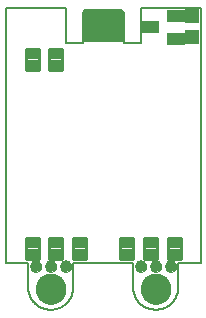
<source format=gbs>
G75*
%MOIN*%
%OFA0B0*%
%FSLAX25Y25*%
%IPPOS*%
%LPD*%
%AMOC8*
5,1,8,0,0,1.08239X$1,22.5*
%
%ADD10C,0.00500*%
%ADD11C,0.00000*%
%ADD12C,0.10243*%
%ADD13C,0.03943*%
%ADD14R,0.04652X0.04534*%
%ADD15C,0.01080*%
%ADD16R,0.05912X0.04337*%
%ADD17R,0.13780X0.11024*%
D10*
X0005050Y0016901D02*
X0005050Y0101862D01*
X0025050Y0101862D01*
X0025050Y0090026D01*
X0030675Y0090026D01*
X0030675Y0100221D01*
X0031652Y0101198D01*
X0043448Y0101198D01*
X0044425Y0100221D01*
X0044425Y0090026D01*
X0050050Y0090026D01*
X0050050Y0101901D01*
X0070001Y0101901D01*
X0070050Y0101862D01*
X0070050Y0101901D02*
X0070050Y0073151D01*
X0070001Y0016901D01*
X0062550Y0016901D01*
X0062550Y0008151D01*
X0062533Y0007969D01*
X0062511Y0007787D01*
X0062484Y0007605D01*
X0062454Y0007425D01*
X0062419Y0007245D01*
X0062379Y0007066D01*
X0062335Y0006888D01*
X0062287Y0006711D01*
X0062235Y0006535D01*
X0062178Y0006361D01*
X0062117Y0006188D01*
X0062052Y0006017D01*
X0061983Y0005847D01*
X0061909Y0005679D01*
X0061832Y0005513D01*
X0061750Y0005349D01*
X0061665Y0005187D01*
X0061576Y0005027D01*
X0061482Y0004869D01*
X0061385Y0004713D01*
X0061284Y0004560D01*
X0061180Y0004410D01*
X0061072Y0004262D01*
X0060960Y0004116D01*
X0060845Y0003974D01*
X0060726Y0003834D01*
X0060604Y0003698D01*
X0060479Y0003564D01*
X0060350Y0003433D01*
X0060219Y0003306D01*
X0060084Y0003181D01*
X0059946Y0003060D01*
X0059806Y0002943D01*
X0059662Y0002829D01*
X0059516Y0002718D01*
X0059367Y0002611D01*
X0059216Y0002508D01*
X0059062Y0002408D01*
X0058906Y0002313D01*
X0058747Y0002221D01*
X0058586Y0002133D01*
X0058424Y0002048D01*
X0058259Y0001968D01*
X0058092Y0001892D01*
X0057923Y0001820D01*
X0057753Y0001752D01*
X0057581Y0001689D01*
X0057408Y0001629D01*
X0057233Y0001574D01*
X0057057Y0001523D01*
X0056880Y0001476D01*
X0056702Y0001433D01*
X0056522Y0001395D01*
X0056342Y0001362D01*
X0056161Y0001333D01*
X0055980Y0001308D01*
X0055798Y0001287D01*
X0055615Y0001271D01*
X0055432Y0001260D01*
X0055249Y0001253D01*
X0055066Y0001250D01*
X0054883Y0001252D01*
X0054699Y0001258D01*
X0054516Y0001269D01*
X0054334Y0001284D01*
X0054152Y0001304D01*
X0053970Y0001328D01*
X0053789Y0001356D01*
X0053608Y0001389D01*
X0053429Y0001427D01*
X0053251Y0001468D01*
X0053073Y0001514D01*
X0052897Y0001565D01*
X0052722Y0001619D01*
X0052548Y0001678D01*
X0052376Y0001741D01*
X0052206Y0001808D01*
X0052037Y0001879D01*
X0051870Y0001955D01*
X0051705Y0002034D01*
X0051541Y0002118D01*
X0051380Y0002205D01*
X0051221Y0002297D01*
X0051065Y0002392D01*
X0050911Y0002491D01*
X0050759Y0002593D01*
X0050609Y0002700D01*
X0050463Y0002810D01*
X0050319Y0002923D01*
X0050178Y0003040D01*
X0050040Y0003160D01*
X0049904Y0003284D01*
X0049772Y0003411D01*
X0049643Y0003541D01*
X0049517Y0003674D01*
X0049395Y0003811D01*
X0049275Y0003950D01*
X0049159Y0004092D01*
X0049047Y0004237D01*
X0048938Y0004384D01*
X0048833Y0004534D01*
X0048732Y0004687D01*
X0048634Y0004842D01*
X0048540Y0004999D01*
X0048450Y0005159D01*
X0048364Y0005321D01*
X0048282Y0005485D01*
X0048204Y0005650D01*
X0048130Y0005818D01*
X0048060Y0005987D01*
X0047994Y0006158D01*
X0047932Y0006331D01*
X0047875Y0006505D01*
X0047822Y0006681D01*
X0047773Y0006857D01*
X0047728Y0007035D01*
X0047688Y0007214D01*
X0047652Y0007393D01*
X0047621Y0007574D01*
X0047594Y0007755D01*
X0047571Y0007937D01*
X0047553Y0008120D01*
X0047539Y0008302D01*
X0047530Y0008485D01*
X0047525Y0008669D01*
X0047524Y0008852D01*
X0047528Y0009035D01*
X0047537Y0009218D01*
X0047550Y0009401D01*
X0047550Y0016901D01*
X0027550Y0016901D01*
X0027550Y0009401D01*
X0027563Y0009217D01*
X0027572Y0009033D01*
X0027576Y0008848D01*
X0027575Y0008664D01*
X0027570Y0008480D01*
X0027561Y0008296D01*
X0027547Y0008112D01*
X0027528Y0007928D01*
X0027505Y0007745D01*
X0027478Y0007563D01*
X0027446Y0007381D01*
X0027409Y0007201D01*
X0027368Y0007021D01*
X0027323Y0006842D01*
X0027274Y0006664D01*
X0027220Y0006488D01*
X0027162Y0006313D01*
X0027099Y0006140D01*
X0027032Y0005968D01*
X0026961Y0005797D01*
X0026886Y0005629D01*
X0026807Y0005462D01*
X0026724Y0005298D01*
X0026637Y0005135D01*
X0026546Y0004975D01*
X0026451Y0004817D01*
X0026352Y0004661D01*
X0026249Y0004508D01*
X0026143Y0004358D01*
X0026032Y0004210D01*
X0025919Y0004065D01*
X0025802Y0003922D01*
X0025681Y0003783D01*
X0025557Y0003646D01*
X0025430Y0003513D01*
X0025299Y0003383D01*
X0025165Y0003256D01*
X0025029Y0003132D01*
X0024889Y0003012D01*
X0024746Y0002895D01*
X0024601Y0002782D01*
X0024452Y0002672D01*
X0024301Y0002566D01*
X0024148Y0002464D01*
X0023992Y0002365D01*
X0023834Y0002270D01*
X0023673Y0002180D01*
X0023511Y0002093D01*
X0023346Y0002010D01*
X0023179Y0001931D01*
X0023011Y0001857D01*
X0022840Y0001786D01*
X0022668Y0001720D01*
X0022494Y0001658D01*
X0022319Y0001600D01*
X0022143Y0001547D01*
X0021965Y0001498D01*
X0021786Y0001453D01*
X0021606Y0001413D01*
X0021425Y0001377D01*
X0021244Y0001345D01*
X0021061Y0001318D01*
X0020878Y0001296D01*
X0020695Y0001278D01*
X0020511Y0001264D01*
X0020327Y0001255D01*
X0020142Y0001251D01*
X0019958Y0001251D01*
X0019773Y0001255D01*
X0019589Y0001264D01*
X0019405Y0001278D01*
X0019222Y0001296D01*
X0019039Y0001318D01*
X0018856Y0001345D01*
X0018675Y0001377D01*
X0018494Y0001413D01*
X0018314Y0001453D01*
X0018135Y0001498D01*
X0017957Y0001547D01*
X0017781Y0001600D01*
X0017606Y0001658D01*
X0017432Y0001720D01*
X0017260Y0001786D01*
X0017089Y0001857D01*
X0016921Y0001931D01*
X0016754Y0002010D01*
X0016589Y0002093D01*
X0016427Y0002180D01*
X0016266Y0002270D01*
X0016108Y0002365D01*
X0015952Y0002464D01*
X0015799Y0002566D01*
X0015648Y0002672D01*
X0015499Y0002782D01*
X0015354Y0002895D01*
X0015211Y0003012D01*
X0015071Y0003132D01*
X0014935Y0003256D01*
X0014801Y0003383D01*
X0014670Y0003513D01*
X0014543Y0003646D01*
X0014419Y0003783D01*
X0014298Y0003922D01*
X0014181Y0004065D01*
X0014068Y0004210D01*
X0013957Y0004358D01*
X0013851Y0004508D01*
X0013748Y0004661D01*
X0013649Y0004817D01*
X0013554Y0004975D01*
X0013463Y0005135D01*
X0013376Y0005298D01*
X0013293Y0005462D01*
X0013214Y0005629D01*
X0013139Y0005797D01*
X0013068Y0005968D01*
X0013001Y0006140D01*
X0012938Y0006313D01*
X0012880Y0006488D01*
X0012826Y0006664D01*
X0012777Y0006842D01*
X0012732Y0007021D01*
X0012691Y0007201D01*
X0012654Y0007381D01*
X0012622Y0007563D01*
X0012595Y0007745D01*
X0012572Y0007928D01*
X0012553Y0008112D01*
X0012539Y0008296D01*
X0012530Y0008480D01*
X0012525Y0008664D01*
X0012524Y0008848D01*
X0012528Y0009033D01*
X0012537Y0009217D01*
X0012550Y0009401D01*
X0012550Y0016901D01*
X0005050Y0016901D01*
D11*
X0013278Y0015651D02*
X0013280Y0015735D01*
X0013286Y0015818D01*
X0013296Y0015901D01*
X0013310Y0015984D01*
X0013327Y0016066D01*
X0013349Y0016147D01*
X0013374Y0016226D01*
X0013403Y0016305D01*
X0013436Y0016382D01*
X0013472Y0016457D01*
X0013512Y0016531D01*
X0013555Y0016603D01*
X0013602Y0016672D01*
X0013652Y0016739D01*
X0013705Y0016804D01*
X0013761Y0016866D01*
X0013819Y0016926D01*
X0013881Y0016983D01*
X0013945Y0017036D01*
X0014012Y0017087D01*
X0014081Y0017134D01*
X0014152Y0017179D01*
X0014225Y0017219D01*
X0014300Y0017256D01*
X0014377Y0017290D01*
X0014455Y0017320D01*
X0014534Y0017346D01*
X0014615Y0017369D01*
X0014697Y0017387D01*
X0014779Y0017402D01*
X0014862Y0017413D01*
X0014945Y0017420D01*
X0015029Y0017423D01*
X0015113Y0017422D01*
X0015196Y0017417D01*
X0015280Y0017408D01*
X0015362Y0017395D01*
X0015444Y0017379D01*
X0015525Y0017358D01*
X0015606Y0017334D01*
X0015684Y0017306D01*
X0015762Y0017274D01*
X0015838Y0017238D01*
X0015912Y0017199D01*
X0015984Y0017157D01*
X0016054Y0017111D01*
X0016122Y0017062D01*
X0016187Y0017010D01*
X0016250Y0016955D01*
X0016310Y0016897D01*
X0016368Y0016836D01*
X0016422Y0016772D01*
X0016474Y0016706D01*
X0016522Y0016638D01*
X0016567Y0016567D01*
X0016608Y0016494D01*
X0016647Y0016420D01*
X0016681Y0016344D01*
X0016712Y0016266D01*
X0016739Y0016187D01*
X0016763Y0016106D01*
X0016782Y0016025D01*
X0016798Y0015943D01*
X0016810Y0015860D01*
X0016818Y0015776D01*
X0016822Y0015693D01*
X0016822Y0015609D01*
X0016818Y0015526D01*
X0016810Y0015442D01*
X0016798Y0015359D01*
X0016782Y0015277D01*
X0016763Y0015196D01*
X0016739Y0015115D01*
X0016712Y0015036D01*
X0016681Y0014958D01*
X0016647Y0014882D01*
X0016608Y0014808D01*
X0016567Y0014735D01*
X0016522Y0014664D01*
X0016474Y0014596D01*
X0016422Y0014530D01*
X0016368Y0014466D01*
X0016310Y0014405D01*
X0016250Y0014347D01*
X0016187Y0014292D01*
X0016122Y0014240D01*
X0016054Y0014191D01*
X0015984Y0014145D01*
X0015912Y0014103D01*
X0015838Y0014064D01*
X0015762Y0014028D01*
X0015684Y0013996D01*
X0015606Y0013968D01*
X0015525Y0013944D01*
X0015444Y0013923D01*
X0015362Y0013907D01*
X0015280Y0013894D01*
X0015196Y0013885D01*
X0015113Y0013880D01*
X0015029Y0013879D01*
X0014945Y0013882D01*
X0014862Y0013889D01*
X0014779Y0013900D01*
X0014697Y0013915D01*
X0014615Y0013933D01*
X0014534Y0013956D01*
X0014455Y0013982D01*
X0014377Y0014012D01*
X0014300Y0014046D01*
X0014225Y0014083D01*
X0014152Y0014123D01*
X0014081Y0014168D01*
X0014012Y0014215D01*
X0013945Y0014266D01*
X0013881Y0014319D01*
X0013819Y0014376D01*
X0013761Y0014436D01*
X0013705Y0014498D01*
X0013652Y0014563D01*
X0013602Y0014630D01*
X0013555Y0014699D01*
X0013512Y0014771D01*
X0013472Y0014845D01*
X0013436Y0014920D01*
X0013403Y0014997D01*
X0013374Y0015076D01*
X0013349Y0015155D01*
X0013327Y0015236D01*
X0013310Y0015318D01*
X0013296Y0015401D01*
X0013286Y0015484D01*
X0013280Y0015567D01*
X0013278Y0015651D01*
X0018278Y0015651D02*
X0018280Y0015735D01*
X0018286Y0015818D01*
X0018296Y0015901D01*
X0018310Y0015984D01*
X0018327Y0016066D01*
X0018349Y0016147D01*
X0018374Y0016226D01*
X0018403Y0016305D01*
X0018436Y0016382D01*
X0018472Y0016457D01*
X0018512Y0016531D01*
X0018555Y0016603D01*
X0018602Y0016672D01*
X0018652Y0016739D01*
X0018705Y0016804D01*
X0018761Y0016866D01*
X0018819Y0016926D01*
X0018881Y0016983D01*
X0018945Y0017036D01*
X0019012Y0017087D01*
X0019081Y0017134D01*
X0019152Y0017179D01*
X0019225Y0017219D01*
X0019300Y0017256D01*
X0019377Y0017290D01*
X0019455Y0017320D01*
X0019534Y0017346D01*
X0019615Y0017369D01*
X0019697Y0017387D01*
X0019779Y0017402D01*
X0019862Y0017413D01*
X0019945Y0017420D01*
X0020029Y0017423D01*
X0020113Y0017422D01*
X0020196Y0017417D01*
X0020280Y0017408D01*
X0020362Y0017395D01*
X0020444Y0017379D01*
X0020525Y0017358D01*
X0020606Y0017334D01*
X0020684Y0017306D01*
X0020762Y0017274D01*
X0020838Y0017238D01*
X0020912Y0017199D01*
X0020984Y0017157D01*
X0021054Y0017111D01*
X0021122Y0017062D01*
X0021187Y0017010D01*
X0021250Y0016955D01*
X0021310Y0016897D01*
X0021368Y0016836D01*
X0021422Y0016772D01*
X0021474Y0016706D01*
X0021522Y0016638D01*
X0021567Y0016567D01*
X0021608Y0016494D01*
X0021647Y0016420D01*
X0021681Y0016344D01*
X0021712Y0016266D01*
X0021739Y0016187D01*
X0021763Y0016106D01*
X0021782Y0016025D01*
X0021798Y0015943D01*
X0021810Y0015860D01*
X0021818Y0015776D01*
X0021822Y0015693D01*
X0021822Y0015609D01*
X0021818Y0015526D01*
X0021810Y0015442D01*
X0021798Y0015359D01*
X0021782Y0015277D01*
X0021763Y0015196D01*
X0021739Y0015115D01*
X0021712Y0015036D01*
X0021681Y0014958D01*
X0021647Y0014882D01*
X0021608Y0014808D01*
X0021567Y0014735D01*
X0021522Y0014664D01*
X0021474Y0014596D01*
X0021422Y0014530D01*
X0021368Y0014466D01*
X0021310Y0014405D01*
X0021250Y0014347D01*
X0021187Y0014292D01*
X0021122Y0014240D01*
X0021054Y0014191D01*
X0020984Y0014145D01*
X0020912Y0014103D01*
X0020838Y0014064D01*
X0020762Y0014028D01*
X0020684Y0013996D01*
X0020606Y0013968D01*
X0020525Y0013944D01*
X0020444Y0013923D01*
X0020362Y0013907D01*
X0020280Y0013894D01*
X0020196Y0013885D01*
X0020113Y0013880D01*
X0020029Y0013879D01*
X0019945Y0013882D01*
X0019862Y0013889D01*
X0019779Y0013900D01*
X0019697Y0013915D01*
X0019615Y0013933D01*
X0019534Y0013956D01*
X0019455Y0013982D01*
X0019377Y0014012D01*
X0019300Y0014046D01*
X0019225Y0014083D01*
X0019152Y0014123D01*
X0019081Y0014168D01*
X0019012Y0014215D01*
X0018945Y0014266D01*
X0018881Y0014319D01*
X0018819Y0014376D01*
X0018761Y0014436D01*
X0018705Y0014498D01*
X0018652Y0014563D01*
X0018602Y0014630D01*
X0018555Y0014699D01*
X0018512Y0014771D01*
X0018472Y0014845D01*
X0018436Y0014920D01*
X0018403Y0014997D01*
X0018374Y0015076D01*
X0018349Y0015155D01*
X0018327Y0015236D01*
X0018310Y0015318D01*
X0018296Y0015401D01*
X0018286Y0015484D01*
X0018280Y0015567D01*
X0018278Y0015651D01*
X0015129Y0008151D02*
X0015131Y0008291D01*
X0015137Y0008431D01*
X0015147Y0008570D01*
X0015161Y0008709D01*
X0015179Y0008848D01*
X0015200Y0008986D01*
X0015226Y0009124D01*
X0015256Y0009261D01*
X0015289Y0009396D01*
X0015327Y0009531D01*
X0015368Y0009665D01*
X0015413Y0009798D01*
X0015461Y0009929D01*
X0015514Y0010058D01*
X0015570Y0010187D01*
X0015629Y0010313D01*
X0015693Y0010438D01*
X0015759Y0010561D01*
X0015830Y0010682D01*
X0015903Y0010801D01*
X0015980Y0010918D01*
X0016061Y0011032D01*
X0016144Y0011144D01*
X0016231Y0011254D01*
X0016321Y0011362D01*
X0016413Y0011466D01*
X0016509Y0011568D01*
X0016608Y0011668D01*
X0016709Y0011764D01*
X0016813Y0011858D01*
X0016920Y0011948D01*
X0017029Y0012035D01*
X0017141Y0012120D01*
X0017255Y0012201D01*
X0017371Y0012279D01*
X0017489Y0012353D01*
X0017610Y0012424D01*
X0017732Y0012492D01*
X0017857Y0012556D01*
X0017983Y0012617D01*
X0018110Y0012674D01*
X0018240Y0012727D01*
X0018371Y0012777D01*
X0018503Y0012822D01*
X0018636Y0012865D01*
X0018771Y0012903D01*
X0018906Y0012937D01*
X0019043Y0012968D01*
X0019180Y0012995D01*
X0019318Y0013017D01*
X0019457Y0013036D01*
X0019596Y0013051D01*
X0019735Y0013062D01*
X0019875Y0013069D01*
X0020015Y0013072D01*
X0020155Y0013071D01*
X0020295Y0013066D01*
X0020434Y0013057D01*
X0020574Y0013044D01*
X0020713Y0013027D01*
X0020851Y0013006D01*
X0020989Y0012982D01*
X0021126Y0012953D01*
X0021262Y0012921D01*
X0021397Y0012884D01*
X0021531Y0012844D01*
X0021664Y0012800D01*
X0021795Y0012752D01*
X0021925Y0012701D01*
X0022054Y0012646D01*
X0022181Y0012587D01*
X0022306Y0012524D01*
X0022429Y0012459D01*
X0022551Y0012389D01*
X0022670Y0012316D01*
X0022788Y0012240D01*
X0022903Y0012161D01*
X0023016Y0012078D01*
X0023126Y0011992D01*
X0023234Y0011903D01*
X0023339Y0011811D01*
X0023442Y0011716D01*
X0023542Y0011618D01*
X0023639Y0011518D01*
X0023733Y0011414D01*
X0023825Y0011308D01*
X0023913Y0011200D01*
X0023998Y0011089D01*
X0024080Y0010975D01*
X0024159Y0010859D01*
X0024234Y0010742D01*
X0024306Y0010622D01*
X0024374Y0010500D01*
X0024439Y0010376D01*
X0024501Y0010250D01*
X0024559Y0010123D01*
X0024613Y0009994D01*
X0024664Y0009863D01*
X0024710Y0009731D01*
X0024753Y0009598D01*
X0024793Y0009464D01*
X0024828Y0009329D01*
X0024860Y0009192D01*
X0024887Y0009055D01*
X0024911Y0008917D01*
X0024931Y0008779D01*
X0024947Y0008640D01*
X0024959Y0008500D01*
X0024967Y0008361D01*
X0024971Y0008221D01*
X0024971Y0008081D01*
X0024967Y0007941D01*
X0024959Y0007802D01*
X0024947Y0007662D01*
X0024931Y0007523D01*
X0024911Y0007385D01*
X0024887Y0007247D01*
X0024860Y0007110D01*
X0024828Y0006973D01*
X0024793Y0006838D01*
X0024753Y0006704D01*
X0024710Y0006571D01*
X0024664Y0006439D01*
X0024613Y0006308D01*
X0024559Y0006179D01*
X0024501Y0006052D01*
X0024439Y0005926D01*
X0024374Y0005802D01*
X0024306Y0005680D01*
X0024234Y0005560D01*
X0024159Y0005443D01*
X0024080Y0005327D01*
X0023998Y0005213D01*
X0023913Y0005102D01*
X0023825Y0004994D01*
X0023733Y0004888D01*
X0023639Y0004784D01*
X0023542Y0004684D01*
X0023442Y0004586D01*
X0023339Y0004491D01*
X0023234Y0004399D01*
X0023126Y0004310D01*
X0023016Y0004224D01*
X0022903Y0004141D01*
X0022788Y0004062D01*
X0022670Y0003986D01*
X0022551Y0003913D01*
X0022429Y0003843D01*
X0022306Y0003778D01*
X0022181Y0003715D01*
X0022054Y0003656D01*
X0021925Y0003601D01*
X0021795Y0003550D01*
X0021664Y0003502D01*
X0021531Y0003458D01*
X0021397Y0003418D01*
X0021262Y0003381D01*
X0021126Y0003349D01*
X0020989Y0003320D01*
X0020851Y0003296D01*
X0020713Y0003275D01*
X0020574Y0003258D01*
X0020434Y0003245D01*
X0020295Y0003236D01*
X0020155Y0003231D01*
X0020015Y0003230D01*
X0019875Y0003233D01*
X0019735Y0003240D01*
X0019596Y0003251D01*
X0019457Y0003266D01*
X0019318Y0003285D01*
X0019180Y0003307D01*
X0019043Y0003334D01*
X0018906Y0003365D01*
X0018771Y0003399D01*
X0018636Y0003437D01*
X0018503Y0003480D01*
X0018371Y0003525D01*
X0018240Y0003575D01*
X0018110Y0003628D01*
X0017983Y0003685D01*
X0017857Y0003746D01*
X0017732Y0003810D01*
X0017610Y0003878D01*
X0017489Y0003949D01*
X0017371Y0004023D01*
X0017255Y0004101D01*
X0017141Y0004182D01*
X0017029Y0004267D01*
X0016920Y0004354D01*
X0016813Y0004444D01*
X0016709Y0004538D01*
X0016608Y0004634D01*
X0016509Y0004734D01*
X0016413Y0004836D01*
X0016321Y0004940D01*
X0016231Y0005048D01*
X0016144Y0005158D01*
X0016061Y0005270D01*
X0015980Y0005384D01*
X0015903Y0005501D01*
X0015830Y0005620D01*
X0015759Y0005741D01*
X0015693Y0005864D01*
X0015629Y0005989D01*
X0015570Y0006115D01*
X0015514Y0006244D01*
X0015461Y0006373D01*
X0015413Y0006504D01*
X0015368Y0006637D01*
X0015327Y0006771D01*
X0015289Y0006906D01*
X0015256Y0007041D01*
X0015226Y0007178D01*
X0015200Y0007316D01*
X0015179Y0007454D01*
X0015161Y0007593D01*
X0015147Y0007732D01*
X0015137Y0007871D01*
X0015131Y0008011D01*
X0015129Y0008151D01*
X0023278Y0015651D02*
X0023280Y0015735D01*
X0023286Y0015818D01*
X0023296Y0015901D01*
X0023310Y0015984D01*
X0023327Y0016066D01*
X0023349Y0016147D01*
X0023374Y0016226D01*
X0023403Y0016305D01*
X0023436Y0016382D01*
X0023472Y0016457D01*
X0023512Y0016531D01*
X0023555Y0016603D01*
X0023602Y0016672D01*
X0023652Y0016739D01*
X0023705Y0016804D01*
X0023761Y0016866D01*
X0023819Y0016926D01*
X0023881Y0016983D01*
X0023945Y0017036D01*
X0024012Y0017087D01*
X0024081Y0017134D01*
X0024152Y0017179D01*
X0024225Y0017219D01*
X0024300Y0017256D01*
X0024377Y0017290D01*
X0024455Y0017320D01*
X0024534Y0017346D01*
X0024615Y0017369D01*
X0024697Y0017387D01*
X0024779Y0017402D01*
X0024862Y0017413D01*
X0024945Y0017420D01*
X0025029Y0017423D01*
X0025113Y0017422D01*
X0025196Y0017417D01*
X0025280Y0017408D01*
X0025362Y0017395D01*
X0025444Y0017379D01*
X0025525Y0017358D01*
X0025606Y0017334D01*
X0025684Y0017306D01*
X0025762Y0017274D01*
X0025838Y0017238D01*
X0025912Y0017199D01*
X0025984Y0017157D01*
X0026054Y0017111D01*
X0026122Y0017062D01*
X0026187Y0017010D01*
X0026250Y0016955D01*
X0026310Y0016897D01*
X0026368Y0016836D01*
X0026422Y0016772D01*
X0026474Y0016706D01*
X0026522Y0016638D01*
X0026567Y0016567D01*
X0026608Y0016494D01*
X0026647Y0016420D01*
X0026681Y0016344D01*
X0026712Y0016266D01*
X0026739Y0016187D01*
X0026763Y0016106D01*
X0026782Y0016025D01*
X0026798Y0015943D01*
X0026810Y0015860D01*
X0026818Y0015776D01*
X0026822Y0015693D01*
X0026822Y0015609D01*
X0026818Y0015526D01*
X0026810Y0015442D01*
X0026798Y0015359D01*
X0026782Y0015277D01*
X0026763Y0015196D01*
X0026739Y0015115D01*
X0026712Y0015036D01*
X0026681Y0014958D01*
X0026647Y0014882D01*
X0026608Y0014808D01*
X0026567Y0014735D01*
X0026522Y0014664D01*
X0026474Y0014596D01*
X0026422Y0014530D01*
X0026368Y0014466D01*
X0026310Y0014405D01*
X0026250Y0014347D01*
X0026187Y0014292D01*
X0026122Y0014240D01*
X0026054Y0014191D01*
X0025984Y0014145D01*
X0025912Y0014103D01*
X0025838Y0014064D01*
X0025762Y0014028D01*
X0025684Y0013996D01*
X0025606Y0013968D01*
X0025525Y0013944D01*
X0025444Y0013923D01*
X0025362Y0013907D01*
X0025280Y0013894D01*
X0025196Y0013885D01*
X0025113Y0013880D01*
X0025029Y0013879D01*
X0024945Y0013882D01*
X0024862Y0013889D01*
X0024779Y0013900D01*
X0024697Y0013915D01*
X0024615Y0013933D01*
X0024534Y0013956D01*
X0024455Y0013982D01*
X0024377Y0014012D01*
X0024300Y0014046D01*
X0024225Y0014083D01*
X0024152Y0014123D01*
X0024081Y0014168D01*
X0024012Y0014215D01*
X0023945Y0014266D01*
X0023881Y0014319D01*
X0023819Y0014376D01*
X0023761Y0014436D01*
X0023705Y0014498D01*
X0023652Y0014563D01*
X0023602Y0014630D01*
X0023555Y0014699D01*
X0023512Y0014771D01*
X0023472Y0014845D01*
X0023436Y0014920D01*
X0023403Y0014997D01*
X0023374Y0015076D01*
X0023349Y0015155D01*
X0023327Y0015236D01*
X0023310Y0015318D01*
X0023296Y0015401D01*
X0023286Y0015484D01*
X0023280Y0015567D01*
X0023278Y0015651D01*
X0048278Y0015651D02*
X0048280Y0015735D01*
X0048286Y0015818D01*
X0048296Y0015901D01*
X0048310Y0015984D01*
X0048327Y0016066D01*
X0048349Y0016147D01*
X0048374Y0016226D01*
X0048403Y0016305D01*
X0048436Y0016382D01*
X0048472Y0016457D01*
X0048512Y0016531D01*
X0048555Y0016603D01*
X0048602Y0016672D01*
X0048652Y0016739D01*
X0048705Y0016804D01*
X0048761Y0016866D01*
X0048819Y0016926D01*
X0048881Y0016983D01*
X0048945Y0017036D01*
X0049012Y0017087D01*
X0049081Y0017134D01*
X0049152Y0017179D01*
X0049225Y0017219D01*
X0049300Y0017256D01*
X0049377Y0017290D01*
X0049455Y0017320D01*
X0049534Y0017346D01*
X0049615Y0017369D01*
X0049697Y0017387D01*
X0049779Y0017402D01*
X0049862Y0017413D01*
X0049945Y0017420D01*
X0050029Y0017423D01*
X0050113Y0017422D01*
X0050196Y0017417D01*
X0050280Y0017408D01*
X0050362Y0017395D01*
X0050444Y0017379D01*
X0050525Y0017358D01*
X0050606Y0017334D01*
X0050684Y0017306D01*
X0050762Y0017274D01*
X0050838Y0017238D01*
X0050912Y0017199D01*
X0050984Y0017157D01*
X0051054Y0017111D01*
X0051122Y0017062D01*
X0051187Y0017010D01*
X0051250Y0016955D01*
X0051310Y0016897D01*
X0051368Y0016836D01*
X0051422Y0016772D01*
X0051474Y0016706D01*
X0051522Y0016638D01*
X0051567Y0016567D01*
X0051608Y0016494D01*
X0051647Y0016420D01*
X0051681Y0016344D01*
X0051712Y0016266D01*
X0051739Y0016187D01*
X0051763Y0016106D01*
X0051782Y0016025D01*
X0051798Y0015943D01*
X0051810Y0015860D01*
X0051818Y0015776D01*
X0051822Y0015693D01*
X0051822Y0015609D01*
X0051818Y0015526D01*
X0051810Y0015442D01*
X0051798Y0015359D01*
X0051782Y0015277D01*
X0051763Y0015196D01*
X0051739Y0015115D01*
X0051712Y0015036D01*
X0051681Y0014958D01*
X0051647Y0014882D01*
X0051608Y0014808D01*
X0051567Y0014735D01*
X0051522Y0014664D01*
X0051474Y0014596D01*
X0051422Y0014530D01*
X0051368Y0014466D01*
X0051310Y0014405D01*
X0051250Y0014347D01*
X0051187Y0014292D01*
X0051122Y0014240D01*
X0051054Y0014191D01*
X0050984Y0014145D01*
X0050912Y0014103D01*
X0050838Y0014064D01*
X0050762Y0014028D01*
X0050684Y0013996D01*
X0050606Y0013968D01*
X0050525Y0013944D01*
X0050444Y0013923D01*
X0050362Y0013907D01*
X0050280Y0013894D01*
X0050196Y0013885D01*
X0050113Y0013880D01*
X0050029Y0013879D01*
X0049945Y0013882D01*
X0049862Y0013889D01*
X0049779Y0013900D01*
X0049697Y0013915D01*
X0049615Y0013933D01*
X0049534Y0013956D01*
X0049455Y0013982D01*
X0049377Y0014012D01*
X0049300Y0014046D01*
X0049225Y0014083D01*
X0049152Y0014123D01*
X0049081Y0014168D01*
X0049012Y0014215D01*
X0048945Y0014266D01*
X0048881Y0014319D01*
X0048819Y0014376D01*
X0048761Y0014436D01*
X0048705Y0014498D01*
X0048652Y0014563D01*
X0048602Y0014630D01*
X0048555Y0014699D01*
X0048512Y0014771D01*
X0048472Y0014845D01*
X0048436Y0014920D01*
X0048403Y0014997D01*
X0048374Y0015076D01*
X0048349Y0015155D01*
X0048327Y0015236D01*
X0048310Y0015318D01*
X0048296Y0015401D01*
X0048286Y0015484D01*
X0048280Y0015567D01*
X0048278Y0015651D01*
X0053278Y0015651D02*
X0053280Y0015735D01*
X0053286Y0015818D01*
X0053296Y0015901D01*
X0053310Y0015984D01*
X0053327Y0016066D01*
X0053349Y0016147D01*
X0053374Y0016226D01*
X0053403Y0016305D01*
X0053436Y0016382D01*
X0053472Y0016457D01*
X0053512Y0016531D01*
X0053555Y0016603D01*
X0053602Y0016672D01*
X0053652Y0016739D01*
X0053705Y0016804D01*
X0053761Y0016866D01*
X0053819Y0016926D01*
X0053881Y0016983D01*
X0053945Y0017036D01*
X0054012Y0017087D01*
X0054081Y0017134D01*
X0054152Y0017179D01*
X0054225Y0017219D01*
X0054300Y0017256D01*
X0054377Y0017290D01*
X0054455Y0017320D01*
X0054534Y0017346D01*
X0054615Y0017369D01*
X0054697Y0017387D01*
X0054779Y0017402D01*
X0054862Y0017413D01*
X0054945Y0017420D01*
X0055029Y0017423D01*
X0055113Y0017422D01*
X0055196Y0017417D01*
X0055280Y0017408D01*
X0055362Y0017395D01*
X0055444Y0017379D01*
X0055525Y0017358D01*
X0055606Y0017334D01*
X0055684Y0017306D01*
X0055762Y0017274D01*
X0055838Y0017238D01*
X0055912Y0017199D01*
X0055984Y0017157D01*
X0056054Y0017111D01*
X0056122Y0017062D01*
X0056187Y0017010D01*
X0056250Y0016955D01*
X0056310Y0016897D01*
X0056368Y0016836D01*
X0056422Y0016772D01*
X0056474Y0016706D01*
X0056522Y0016638D01*
X0056567Y0016567D01*
X0056608Y0016494D01*
X0056647Y0016420D01*
X0056681Y0016344D01*
X0056712Y0016266D01*
X0056739Y0016187D01*
X0056763Y0016106D01*
X0056782Y0016025D01*
X0056798Y0015943D01*
X0056810Y0015860D01*
X0056818Y0015776D01*
X0056822Y0015693D01*
X0056822Y0015609D01*
X0056818Y0015526D01*
X0056810Y0015442D01*
X0056798Y0015359D01*
X0056782Y0015277D01*
X0056763Y0015196D01*
X0056739Y0015115D01*
X0056712Y0015036D01*
X0056681Y0014958D01*
X0056647Y0014882D01*
X0056608Y0014808D01*
X0056567Y0014735D01*
X0056522Y0014664D01*
X0056474Y0014596D01*
X0056422Y0014530D01*
X0056368Y0014466D01*
X0056310Y0014405D01*
X0056250Y0014347D01*
X0056187Y0014292D01*
X0056122Y0014240D01*
X0056054Y0014191D01*
X0055984Y0014145D01*
X0055912Y0014103D01*
X0055838Y0014064D01*
X0055762Y0014028D01*
X0055684Y0013996D01*
X0055606Y0013968D01*
X0055525Y0013944D01*
X0055444Y0013923D01*
X0055362Y0013907D01*
X0055280Y0013894D01*
X0055196Y0013885D01*
X0055113Y0013880D01*
X0055029Y0013879D01*
X0054945Y0013882D01*
X0054862Y0013889D01*
X0054779Y0013900D01*
X0054697Y0013915D01*
X0054615Y0013933D01*
X0054534Y0013956D01*
X0054455Y0013982D01*
X0054377Y0014012D01*
X0054300Y0014046D01*
X0054225Y0014083D01*
X0054152Y0014123D01*
X0054081Y0014168D01*
X0054012Y0014215D01*
X0053945Y0014266D01*
X0053881Y0014319D01*
X0053819Y0014376D01*
X0053761Y0014436D01*
X0053705Y0014498D01*
X0053652Y0014563D01*
X0053602Y0014630D01*
X0053555Y0014699D01*
X0053512Y0014771D01*
X0053472Y0014845D01*
X0053436Y0014920D01*
X0053403Y0014997D01*
X0053374Y0015076D01*
X0053349Y0015155D01*
X0053327Y0015236D01*
X0053310Y0015318D01*
X0053296Y0015401D01*
X0053286Y0015484D01*
X0053280Y0015567D01*
X0053278Y0015651D01*
X0050129Y0008151D02*
X0050131Y0008291D01*
X0050137Y0008431D01*
X0050147Y0008570D01*
X0050161Y0008709D01*
X0050179Y0008848D01*
X0050200Y0008986D01*
X0050226Y0009124D01*
X0050256Y0009261D01*
X0050289Y0009396D01*
X0050327Y0009531D01*
X0050368Y0009665D01*
X0050413Y0009798D01*
X0050461Y0009929D01*
X0050514Y0010058D01*
X0050570Y0010187D01*
X0050629Y0010313D01*
X0050693Y0010438D01*
X0050759Y0010561D01*
X0050830Y0010682D01*
X0050903Y0010801D01*
X0050980Y0010918D01*
X0051061Y0011032D01*
X0051144Y0011144D01*
X0051231Y0011254D01*
X0051321Y0011362D01*
X0051413Y0011466D01*
X0051509Y0011568D01*
X0051608Y0011668D01*
X0051709Y0011764D01*
X0051813Y0011858D01*
X0051920Y0011948D01*
X0052029Y0012035D01*
X0052141Y0012120D01*
X0052255Y0012201D01*
X0052371Y0012279D01*
X0052489Y0012353D01*
X0052610Y0012424D01*
X0052732Y0012492D01*
X0052857Y0012556D01*
X0052983Y0012617D01*
X0053110Y0012674D01*
X0053240Y0012727D01*
X0053371Y0012777D01*
X0053503Y0012822D01*
X0053636Y0012865D01*
X0053771Y0012903D01*
X0053906Y0012937D01*
X0054043Y0012968D01*
X0054180Y0012995D01*
X0054318Y0013017D01*
X0054457Y0013036D01*
X0054596Y0013051D01*
X0054735Y0013062D01*
X0054875Y0013069D01*
X0055015Y0013072D01*
X0055155Y0013071D01*
X0055295Y0013066D01*
X0055434Y0013057D01*
X0055574Y0013044D01*
X0055713Y0013027D01*
X0055851Y0013006D01*
X0055989Y0012982D01*
X0056126Y0012953D01*
X0056262Y0012921D01*
X0056397Y0012884D01*
X0056531Y0012844D01*
X0056664Y0012800D01*
X0056795Y0012752D01*
X0056925Y0012701D01*
X0057054Y0012646D01*
X0057181Y0012587D01*
X0057306Y0012524D01*
X0057429Y0012459D01*
X0057551Y0012389D01*
X0057670Y0012316D01*
X0057788Y0012240D01*
X0057903Y0012161D01*
X0058016Y0012078D01*
X0058126Y0011992D01*
X0058234Y0011903D01*
X0058339Y0011811D01*
X0058442Y0011716D01*
X0058542Y0011618D01*
X0058639Y0011518D01*
X0058733Y0011414D01*
X0058825Y0011308D01*
X0058913Y0011200D01*
X0058998Y0011089D01*
X0059080Y0010975D01*
X0059159Y0010859D01*
X0059234Y0010742D01*
X0059306Y0010622D01*
X0059374Y0010500D01*
X0059439Y0010376D01*
X0059501Y0010250D01*
X0059559Y0010123D01*
X0059613Y0009994D01*
X0059664Y0009863D01*
X0059710Y0009731D01*
X0059753Y0009598D01*
X0059793Y0009464D01*
X0059828Y0009329D01*
X0059860Y0009192D01*
X0059887Y0009055D01*
X0059911Y0008917D01*
X0059931Y0008779D01*
X0059947Y0008640D01*
X0059959Y0008500D01*
X0059967Y0008361D01*
X0059971Y0008221D01*
X0059971Y0008081D01*
X0059967Y0007941D01*
X0059959Y0007802D01*
X0059947Y0007662D01*
X0059931Y0007523D01*
X0059911Y0007385D01*
X0059887Y0007247D01*
X0059860Y0007110D01*
X0059828Y0006973D01*
X0059793Y0006838D01*
X0059753Y0006704D01*
X0059710Y0006571D01*
X0059664Y0006439D01*
X0059613Y0006308D01*
X0059559Y0006179D01*
X0059501Y0006052D01*
X0059439Y0005926D01*
X0059374Y0005802D01*
X0059306Y0005680D01*
X0059234Y0005560D01*
X0059159Y0005443D01*
X0059080Y0005327D01*
X0058998Y0005213D01*
X0058913Y0005102D01*
X0058825Y0004994D01*
X0058733Y0004888D01*
X0058639Y0004784D01*
X0058542Y0004684D01*
X0058442Y0004586D01*
X0058339Y0004491D01*
X0058234Y0004399D01*
X0058126Y0004310D01*
X0058016Y0004224D01*
X0057903Y0004141D01*
X0057788Y0004062D01*
X0057670Y0003986D01*
X0057551Y0003913D01*
X0057429Y0003843D01*
X0057306Y0003778D01*
X0057181Y0003715D01*
X0057054Y0003656D01*
X0056925Y0003601D01*
X0056795Y0003550D01*
X0056664Y0003502D01*
X0056531Y0003458D01*
X0056397Y0003418D01*
X0056262Y0003381D01*
X0056126Y0003349D01*
X0055989Y0003320D01*
X0055851Y0003296D01*
X0055713Y0003275D01*
X0055574Y0003258D01*
X0055434Y0003245D01*
X0055295Y0003236D01*
X0055155Y0003231D01*
X0055015Y0003230D01*
X0054875Y0003233D01*
X0054735Y0003240D01*
X0054596Y0003251D01*
X0054457Y0003266D01*
X0054318Y0003285D01*
X0054180Y0003307D01*
X0054043Y0003334D01*
X0053906Y0003365D01*
X0053771Y0003399D01*
X0053636Y0003437D01*
X0053503Y0003480D01*
X0053371Y0003525D01*
X0053240Y0003575D01*
X0053110Y0003628D01*
X0052983Y0003685D01*
X0052857Y0003746D01*
X0052732Y0003810D01*
X0052610Y0003878D01*
X0052489Y0003949D01*
X0052371Y0004023D01*
X0052255Y0004101D01*
X0052141Y0004182D01*
X0052029Y0004267D01*
X0051920Y0004354D01*
X0051813Y0004444D01*
X0051709Y0004538D01*
X0051608Y0004634D01*
X0051509Y0004734D01*
X0051413Y0004836D01*
X0051321Y0004940D01*
X0051231Y0005048D01*
X0051144Y0005158D01*
X0051061Y0005270D01*
X0050980Y0005384D01*
X0050903Y0005501D01*
X0050830Y0005620D01*
X0050759Y0005741D01*
X0050693Y0005864D01*
X0050629Y0005989D01*
X0050570Y0006115D01*
X0050514Y0006244D01*
X0050461Y0006373D01*
X0050413Y0006504D01*
X0050368Y0006637D01*
X0050327Y0006771D01*
X0050289Y0006906D01*
X0050256Y0007041D01*
X0050226Y0007178D01*
X0050200Y0007316D01*
X0050179Y0007454D01*
X0050161Y0007593D01*
X0050147Y0007732D01*
X0050137Y0007871D01*
X0050131Y0008011D01*
X0050129Y0008151D01*
X0058278Y0015651D02*
X0058280Y0015735D01*
X0058286Y0015818D01*
X0058296Y0015901D01*
X0058310Y0015984D01*
X0058327Y0016066D01*
X0058349Y0016147D01*
X0058374Y0016226D01*
X0058403Y0016305D01*
X0058436Y0016382D01*
X0058472Y0016457D01*
X0058512Y0016531D01*
X0058555Y0016603D01*
X0058602Y0016672D01*
X0058652Y0016739D01*
X0058705Y0016804D01*
X0058761Y0016866D01*
X0058819Y0016926D01*
X0058881Y0016983D01*
X0058945Y0017036D01*
X0059012Y0017087D01*
X0059081Y0017134D01*
X0059152Y0017179D01*
X0059225Y0017219D01*
X0059300Y0017256D01*
X0059377Y0017290D01*
X0059455Y0017320D01*
X0059534Y0017346D01*
X0059615Y0017369D01*
X0059697Y0017387D01*
X0059779Y0017402D01*
X0059862Y0017413D01*
X0059945Y0017420D01*
X0060029Y0017423D01*
X0060113Y0017422D01*
X0060196Y0017417D01*
X0060280Y0017408D01*
X0060362Y0017395D01*
X0060444Y0017379D01*
X0060525Y0017358D01*
X0060606Y0017334D01*
X0060684Y0017306D01*
X0060762Y0017274D01*
X0060838Y0017238D01*
X0060912Y0017199D01*
X0060984Y0017157D01*
X0061054Y0017111D01*
X0061122Y0017062D01*
X0061187Y0017010D01*
X0061250Y0016955D01*
X0061310Y0016897D01*
X0061368Y0016836D01*
X0061422Y0016772D01*
X0061474Y0016706D01*
X0061522Y0016638D01*
X0061567Y0016567D01*
X0061608Y0016494D01*
X0061647Y0016420D01*
X0061681Y0016344D01*
X0061712Y0016266D01*
X0061739Y0016187D01*
X0061763Y0016106D01*
X0061782Y0016025D01*
X0061798Y0015943D01*
X0061810Y0015860D01*
X0061818Y0015776D01*
X0061822Y0015693D01*
X0061822Y0015609D01*
X0061818Y0015526D01*
X0061810Y0015442D01*
X0061798Y0015359D01*
X0061782Y0015277D01*
X0061763Y0015196D01*
X0061739Y0015115D01*
X0061712Y0015036D01*
X0061681Y0014958D01*
X0061647Y0014882D01*
X0061608Y0014808D01*
X0061567Y0014735D01*
X0061522Y0014664D01*
X0061474Y0014596D01*
X0061422Y0014530D01*
X0061368Y0014466D01*
X0061310Y0014405D01*
X0061250Y0014347D01*
X0061187Y0014292D01*
X0061122Y0014240D01*
X0061054Y0014191D01*
X0060984Y0014145D01*
X0060912Y0014103D01*
X0060838Y0014064D01*
X0060762Y0014028D01*
X0060684Y0013996D01*
X0060606Y0013968D01*
X0060525Y0013944D01*
X0060444Y0013923D01*
X0060362Y0013907D01*
X0060280Y0013894D01*
X0060196Y0013885D01*
X0060113Y0013880D01*
X0060029Y0013879D01*
X0059945Y0013882D01*
X0059862Y0013889D01*
X0059779Y0013900D01*
X0059697Y0013915D01*
X0059615Y0013933D01*
X0059534Y0013956D01*
X0059455Y0013982D01*
X0059377Y0014012D01*
X0059300Y0014046D01*
X0059225Y0014083D01*
X0059152Y0014123D01*
X0059081Y0014168D01*
X0059012Y0014215D01*
X0058945Y0014266D01*
X0058881Y0014319D01*
X0058819Y0014376D01*
X0058761Y0014436D01*
X0058705Y0014498D01*
X0058652Y0014563D01*
X0058602Y0014630D01*
X0058555Y0014699D01*
X0058512Y0014771D01*
X0058472Y0014845D01*
X0058436Y0014920D01*
X0058403Y0014997D01*
X0058374Y0015076D01*
X0058349Y0015155D01*
X0058327Y0015236D01*
X0058310Y0015318D01*
X0058296Y0015401D01*
X0058286Y0015484D01*
X0058280Y0015567D01*
X0058278Y0015651D01*
D12*
X0055050Y0008151D03*
X0020050Y0008151D03*
D13*
X0020050Y0015651D03*
X0015050Y0015651D03*
X0025050Y0015651D03*
X0050050Y0015651D03*
X0055050Y0015651D03*
X0060050Y0015651D03*
D14*
X0067238Y0092206D03*
X0067238Y0099096D03*
D15*
X0019642Y0088244D02*
X0019642Y0081050D01*
X0019642Y0088244D02*
X0023962Y0088244D01*
X0023962Y0081050D01*
X0019642Y0081050D01*
X0019642Y0082129D02*
X0023962Y0082129D01*
X0023962Y0083208D02*
X0019642Y0083208D01*
X0019642Y0084287D02*
X0023962Y0084287D01*
X0023962Y0085366D02*
X0019642Y0085366D01*
X0019642Y0086445D02*
X0023962Y0086445D01*
X0023962Y0087524D02*
X0019642Y0087524D01*
X0011768Y0088244D02*
X0011768Y0081050D01*
X0011768Y0088244D02*
X0016088Y0088244D01*
X0016088Y0081050D01*
X0011768Y0081050D01*
X0011768Y0082129D02*
X0016088Y0082129D01*
X0016088Y0083208D02*
X0011768Y0083208D01*
X0011768Y0084287D02*
X0016088Y0084287D01*
X0016088Y0085366D02*
X0011768Y0085366D01*
X0011768Y0086445D02*
X0016088Y0086445D01*
X0016088Y0087524D02*
X0011768Y0087524D01*
X0011768Y0025252D02*
X0011768Y0018058D01*
X0011768Y0025252D02*
X0016088Y0025252D01*
X0016088Y0018058D01*
X0011768Y0018058D01*
X0011768Y0019137D02*
X0016088Y0019137D01*
X0016088Y0020216D02*
X0011768Y0020216D01*
X0011768Y0021295D02*
X0016088Y0021295D01*
X0016088Y0022374D02*
X0011768Y0022374D01*
X0011768Y0023453D02*
X0016088Y0023453D01*
X0016088Y0024532D02*
X0011768Y0024532D01*
X0019642Y0025252D02*
X0019642Y0018058D01*
X0019642Y0025252D02*
X0023962Y0025252D01*
X0023962Y0018058D01*
X0019642Y0018058D01*
X0019642Y0019137D02*
X0023962Y0019137D01*
X0023962Y0020216D02*
X0019642Y0020216D01*
X0019642Y0021295D02*
X0023962Y0021295D01*
X0023962Y0022374D02*
X0019642Y0022374D01*
X0019642Y0023453D02*
X0023962Y0023453D01*
X0023962Y0024532D02*
X0019642Y0024532D01*
X0027516Y0025252D02*
X0027516Y0018058D01*
X0027516Y0025252D02*
X0031836Y0025252D01*
X0031836Y0018058D01*
X0027516Y0018058D01*
X0027516Y0019137D02*
X0031836Y0019137D01*
X0031836Y0020216D02*
X0027516Y0020216D01*
X0027516Y0021295D02*
X0031836Y0021295D01*
X0031836Y0022374D02*
X0027516Y0022374D01*
X0027516Y0023453D02*
X0031836Y0023453D01*
X0031836Y0024532D02*
X0027516Y0024532D01*
X0043264Y0025252D02*
X0043264Y0018058D01*
X0043264Y0025252D02*
X0047584Y0025252D01*
X0047584Y0018058D01*
X0043264Y0018058D01*
X0043264Y0019137D02*
X0047584Y0019137D01*
X0047584Y0020216D02*
X0043264Y0020216D01*
X0043264Y0021295D02*
X0047584Y0021295D01*
X0047584Y0022374D02*
X0043264Y0022374D01*
X0043264Y0023453D02*
X0047584Y0023453D01*
X0047584Y0024532D02*
X0043264Y0024532D01*
X0051138Y0025252D02*
X0051138Y0018058D01*
X0051138Y0025252D02*
X0055458Y0025252D01*
X0055458Y0018058D01*
X0051138Y0018058D01*
X0051138Y0019137D02*
X0055458Y0019137D01*
X0055458Y0020216D02*
X0051138Y0020216D01*
X0051138Y0021295D02*
X0055458Y0021295D01*
X0055458Y0022374D02*
X0051138Y0022374D01*
X0051138Y0023453D02*
X0055458Y0023453D01*
X0055458Y0024532D02*
X0051138Y0024532D01*
X0059012Y0025252D02*
X0059012Y0018058D01*
X0059012Y0025252D02*
X0063332Y0025252D01*
X0063332Y0018058D01*
X0059012Y0018058D01*
X0059012Y0019137D02*
X0063332Y0019137D01*
X0063332Y0020216D02*
X0059012Y0020216D01*
X0059012Y0021295D02*
X0063332Y0021295D01*
X0063332Y0022374D02*
X0059012Y0022374D01*
X0059012Y0023453D02*
X0063332Y0023453D01*
X0063332Y0024532D02*
X0059012Y0024532D01*
D16*
X0061881Y0091598D03*
X0061881Y0099079D03*
X0053219Y0095338D03*
D17*
X0037550Y0095700D03*
M02*

</source>
